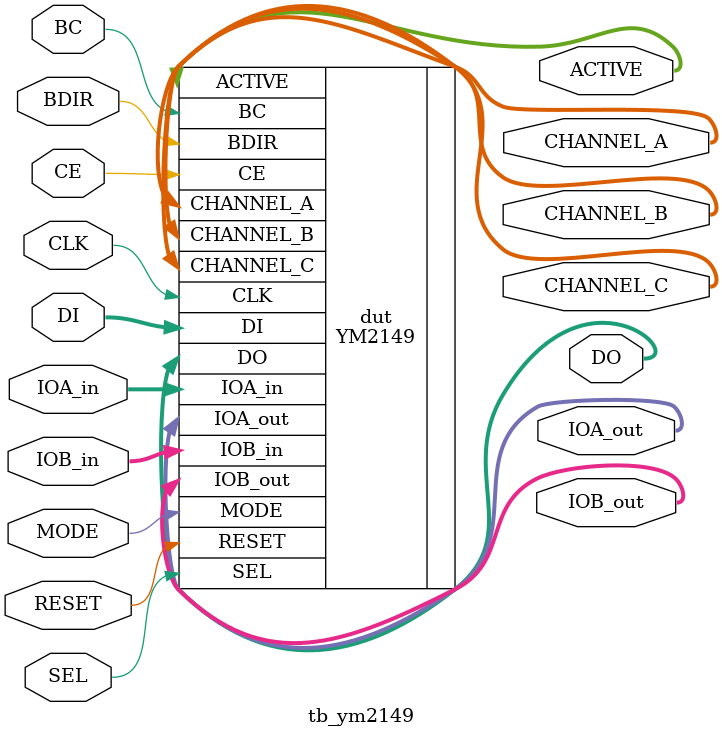
<source format=sv>
module tb_ym2149 (
    // Clock and reset
    input CLK,
    input RESET,
    input CE,
    
    // Bus interface
    input BDIR,
    input BC,
    input [7:0] DI,
    output [7:0] DO,
    
    // Audio outputs
    output [7:0] CHANNEL_A,
    output [7:0] CHANNEL_B,
    output [7:0] CHANNEL_C,
    
    // Configuration
    input SEL,
    input MODE,
    
    // Activity indicator
    output [5:0] ACTIVE,
    
    // I/O ports
    input [7:0] IOA_in,
    output [7:0] IOA_out,
    input [7:0] IOB_in,
    output  [7:0] IOB_out
);
    // Instantiate DUT
    YM2149 dut (
        .CLK(CLK),
        .CE(CE),
        .RESET(RESET),
        .BDIR(BDIR),
        .BC(BC),
        .DI(DI),
        .DO(DO),
        .CHANNEL_A(CHANNEL_A),
        .CHANNEL_B(CHANNEL_B),
        .CHANNEL_C(CHANNEL_C),
        .SEL(SEL),
        .MODE(MODE),
        .ACTIVE(ACTIVE),
        .IOA_in(IOA_in),
        .IOA_out(IOA_out),
        .IOB_in(IOB_in),
        .IOB_out(IOB_out)
    );
 
endmodule

</source>
